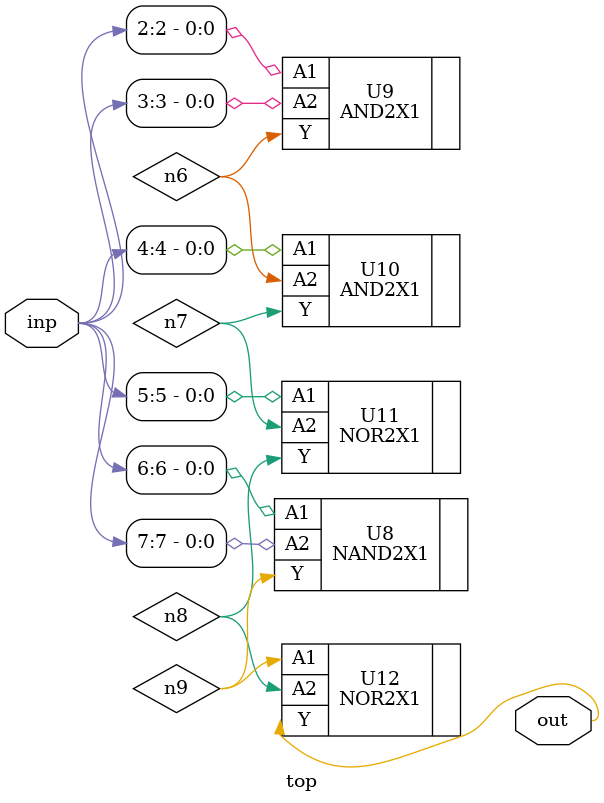
<source format=sv>


module top ( inp, out );
  input [7:0] inp;
  output out;
  wire   n6, n7, n8, n9;

  NAND2X1 U8 ( .A1(inp[6]), .A2(inp[7]), .Y(n9) );
  AND2X1 U9 ( .A1(inp[2]), .A2(inp[3]), .Y(n6) );
  AND2X1 U10 ( .A1(inp[4]), .A2(n6), .Y(n7) );
  NOR2X1 U11 ( .A1(inp[5]), .A2(n7), .Y(n8) );
  NOR2X1 U12 ( .A1(n9), .A2(n8), .Y(out) );
endmodule


</source>
